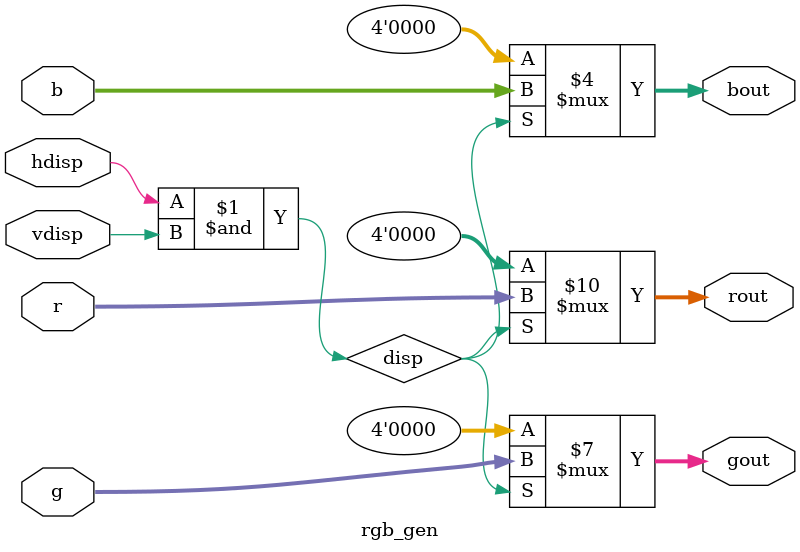
<source format=sv>
module rgb_gen (input  logic [3:0] r, g, b,
                input  logic hdisp, vdisp,
                output logic [3:0] rout, gout, bout);

    logic disp;
    assign disp = hdisp & vdisp;
    
    always_comb
        if (disp) begin
            rout = r;
            gout = g;
            bout = b;
        end
        else begin
            rout = 4'b0;
            gout = 4'b0;
            bout = 4'b0;
        end
endmodule
</source>
